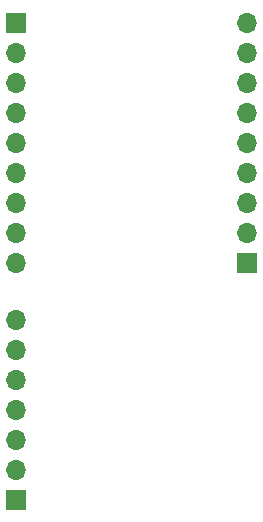
<source format=gbr>
G04 #@! TF.GenerationSoftware,KiCad,Pcbnew,(5.1.12-1-10_14)*
G04 #@! TF.CreationDate,2021-12-17T21:30:25-05:00*
G04 #@! TF.ProjectId,charlieplexboard,63686172-6c69-4657-906c-6578626f6172,rev?*
G04 #@! TF.SameCoordinates,Original*
G04 #@! TF.FileFunction,Soldermask,Bot*
G04 #@! TF.FilePolarity,Negative*
%FSLAX46Y46*%
G04 Gerber Fmt 4.6, Leading zero omitted, Abs format (unit mm)*
G04 Created by KiCad (PCBNEW (5.1.12-1-10_14)) date 2021-12-17 21:30:25*
%MOMM*%
%LPD*%
G01*
G04 APERTURE LIST*
%ADD10O,1.700000X1.700000*%
%ADD11R,1.700000X1.700000*%
G04 APERTURE END LIST*
D10*
G04 #@! TO.C,J2*
X153216000Y-105322000D03*
X153216000Y-102782000D03*
X153216000Y-100242000D03*
X153216000Y-97702000D03*
X153216000Y-95162000D03*
X153216000Y-92622000D03*
X153216000Y-90082000D03*
X153216000Y-87542000D03*
D11*
X153216000Y-85002000D03*
G04 #@! TD*
D10*
G04 #@! TO.C,J1*
X172774000Y-85002000D03*
X172774000Y-87542000D03*
X172774000Y-90082000D03*
X172774000Y-92622000D03*
X172774000Y-95162000D03*
X172774000Y-97702000D03*
X172774000Y-100242000D03*
X172774000Y-102782000D03*
D11*
X172774000Y-105322000D03*
G04 #@! TD*
D10*
G04 #@! TO.C,J3*
X153216000Y-110148000D03*
X153216000Y-112688000D03*
X153216000Y-115228000D03*
X153216000Y-117768000D03*
X153216000Y-120308000D03*
X153216000Y-122848000D03*
D11*
X153216000Y-125388000D03*
G04 #@! TD*
M02*

</source>
